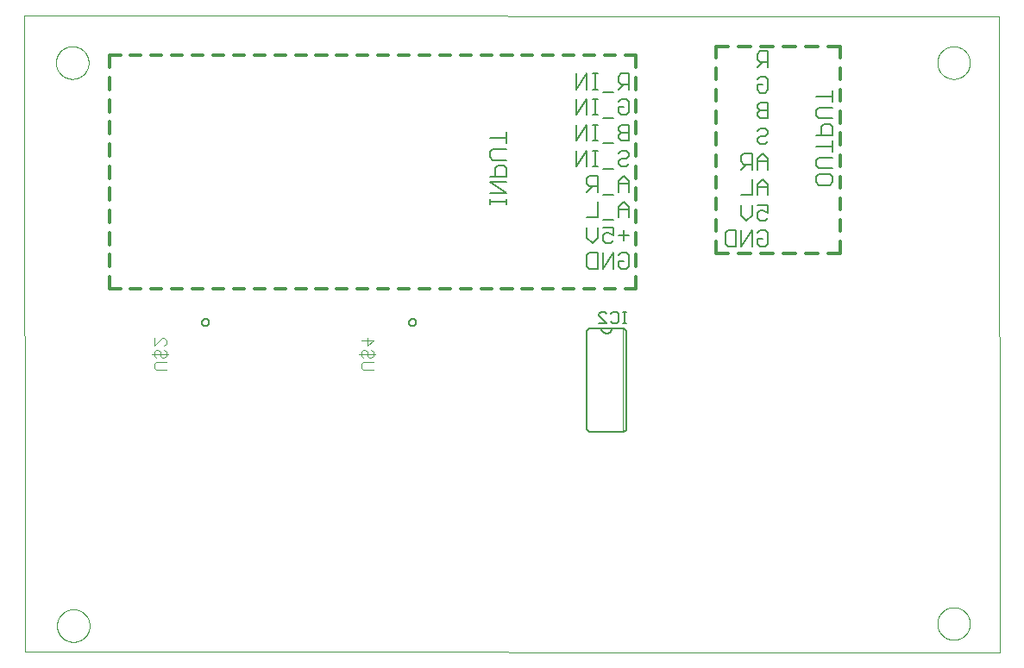
<source format=gbo>
G75*
%MOIN*%
%OFA0B0*%
%FSLAX25Y25*%
%IPPOS*%
%LPD*%
%AMOC8*
5,1,8,0,0,1.08239X$1,22.5*
%
%ADD10C,0.00000*%
%ADD11C,0.00500*%
%ADD12C,0.01200*%
%ADD13C,0.00600*%
%ADD14C,0.00400*%
%ADD15C,0.00200*%
D10*
X0002233Y0002391D02*
X0002076Y0248335D01*
X0378808Y0248257D01*
X0379083Y0002272D01*
X0002233Y0002391D01*
X0014674Y0012509D02*
X0014676Y0012667D01*
X0014682Y0012825D01*
X0014692Y0012983D01*
X0014706Y0013141D01*
X0014724Y0013298D01*
X0014745Y0013455D01*
X0014771Y0013611D01*
X0014801Y0013767D01*
X0014834Y0013922D01*
X0014872Y0014075D01*
X0014913Y0014228D01*
X0014958Y0014380D01*
X0015007Y0014531D01*
X0015060Y0014680D01*
X0015116Y0014828D01*
X0015176Y0014974D01*
X0015240Y0015119D01*
X0015308Y0015262D01*
X0015379Y0015404D01*
X0015453Y0015544D01*
X0015531Y0015681D01*
X0015613Y0015817D01*
X0015697Y0015951D01*
X0015786Y0016082D01*
X0015877Y0016211D01*
X0015972Y0016338D01*
X0016069Y0016463D01*
X0016170Y0016585D01*
X0016274Y0016704D01*
X0016381Y0016821D01*
X0016491Y0016935D01*
X0016604Y0017046D01*
X0016719Y0017155D01*
X0016837Y0017260D01*
X0016958Y0017362D01*
X0017081Y0017462D01*
X0017207Y0017558D01*
X0017335Y0017651D01*
X0017465Y0017741D01*
X0017598Y0017827D01*
X0017733Y0017911D01*
X0017869Y0017990D01*
X0018008Y0018067D01*
X0018149Y0018139D01*
X0018291Y0018209D01*
X0018435Y0018274D01*
X0018581Y0018336D01*
X0018728Y0018394D01*
X0018877Y0018449D01*
X0019027Y0018500D01*
X0019178Y0018547D01*
X0019330Y0018590D01*
X0019483Y0018629D01*
X0019638Y0018665D01*
X0019793Y0018696D01*
X0019949Y0018724D01*
X0020105Y0018748D01*
X0020262Y0018768D01*
X0020420Y0018784D01*
X0020577Y0018796D01*
X0020736Y0018804D01*
X0020894Y0018808D01*
X0021052Y0018808D01*
X0021210Y0018804D01*
X0021369Y0018796D01*
X0021526Y0018784D01*
X0021684Y0018768D01*
X0021841Y0018748D01*
X0021997Y0018724D01*
X0022153Y0018696D01*
X0022308Y0018665D01*
X0022463Y0018629D01*
X0022616Y0018590D01*
X0022768Y0018547D01*
X0022919Y0018500D01*
X0023069Y0018449D01*
X0023218Y0018394D01*
X0023365Y0018336D01*
X0023511Y0018274D01*
X0023655Y0018209D01*
X0023797Y0018139D01*
X0023938Y0018067D01*
X0024077Y0017990D01*
X0024213Y0017911D01*
X0024348Y0017827D01*
X0024481Y0017741D01*
X0024611Y0017651D01*
X0024739Y0017558D01*
X0024865Y0017462D01*
X0024988Y0017362D01*
X0025109Y0017260D01*
X0025227Y0017155D01*
X0025342Y0017046D01*
X0025455Y0016935D01*
X0025565Y0016821D01*
X0025672Y0016704D01*
X0025776Y0016585D01*
X0025877Y0016463D01*
X0025974Y0016338D01*
X0026069Y0016211D01*
X0026160Y0016082D01*
X0026249Y0015951D01*
X0026333Y0015817D01*
X0026415Y0015681D01*
X0026493Y0015544D01*
X0026567Y0015404D01*
X0026638Y0015262D01*
X0026706Y0015119D01*
X0026770Y0014974D01*
X0026830Y0014828D01*
X0026886Y0014680D01*
X0026939Y0014531D01*
X0026988Y0014380D01*
X0027033Y0014228D01*
X0027074Y0014075D01*
X0027112Y0013922D01*
X0027145Y0013767D01*
X0027175Y0013611D01*
X0027201Y0013455D01*
X0027222Y0013298D01*
X0027240Y0013141D01*
X0027254Y0012983D01*
X0027264Y0012825D01*
X0027270Y0012667D01*
X0027272Y0012509D01*
X0027270Y0012351D01*
X0027264Y0012193D01*
X0027254Y0012035D01*
X0027240Y0011877D01*
X0027222Y0011720D01*
X0027201Y0011563D01*
X0027175Y0011407D01*
X0027145Y0011251D01*
X0027112Y0011096D01*
X0027074Y0010943D01*
X0027033Y0010790D01*
X0026988Y0010638D01*
X0026939Y0010487D01*
X0026886Y0010338D01*
X0026830Y0010190D01*
X0026770Y0010044D01*
X0026706Y0009899D01*
X0026638Y0009756D01*
X0026567Y0009614D01*
X0026493Y0009474D01*
X0026415Y0009337D01*
X0026333Y0009201D01*
X0026249Y0009067D01*
X0026160Y0008936D01*
X0026069Y0008807D01*
X0025974Y0008680D01*
X0025877Y0008555D01*
X0025776Y0008433D01*
X0025672Y0008314D01*
X0025565Y0008197D01*
X0025455Y0008083D01*
X0025342Y0007972D01*
X0025227Y0007863D01*
X0025109Y0007758D01*
X0024988Y0007656D01*
X0024865Y0007556D01*
X0024739Y0007460D01*
X0024611Y0007367D01*
X0024481Y0007277D01*
X0024348Y0007191D01*
X0024213Y0007107D01*
X0024077Y0007028D01*
X0023938Y0006951D01*
X0023797Y0006879D01*
X0023655Y0006809D01*
X0023511Y0006744D01*
X0023365Y0006682D01*
X0023218Y0006624D01*
X0023069Y0006569D01*
X0022919Y0006518D01*
X0022768Y0006471D01*
X0022616Y0006428D01*
X0022463Y0006389D01*
X0022308Y0006353D01*
X0022153Y0006322D01*
X0021997Y0006294D01*
X0021841Y0006270D01*
X0021684Y0006250D01*
X0021526Y0006234D01*
X0021369Y0006222D01*
X0021210Y0006214D01*
X0021052Y0006210D01*
X0020894Y0006210D01*
X0020736Y0006214D01*
X0020577Y0006222D01*
X0020420Y0006234D01*
X0020262Y0006250D01*
X0020105Y0006270D01*
X0019949Y0006294D01*
X0019793Y0006322D01*
X0019638Y0006353D01*
X0019483Y0006389D01*
X0019330Y0006428D01*
X0019178Y0006471D01*
X0019027Y0006518D01*
X0018877Y0006569D01*
X0018728Y0006624D01*
X0018581Y0006682D01*
X0018435Y0006744D01*
X0018291Y0006809D01*
X0018149Y0006879D01*
X0018008Y0006951D01*
X0017869Y0007028D01*
X0017733Y0007107D01*
X0017598Y0007191D01*
X0017465Y0007277D01*
X0017335Y0007367D01*
X0017207Y0007460D01*
X0017081Y0007556D01*
X0016958Y0007656D01*
X0016837Y0007758D01*
X0016719Y0007863D01*
X0016604Y0007972D01*
X0016491Y0008083D01*
X0016381Y0008197D01*
X0016274Y0008314D01*
X0016170Y0008433D01*
X0016069Y0008555D01*
X0015972Y0008680D01*
X0015877Y0008807D01*
X0015786Y0008936D01*
X0015697Y0009067D01*
X0015613Y0009201D01*
X0015531Y0009337D01*
X0015453Y0009474D01*
X0015379Y0009614D01*
X0015308Y0009756D01*
X0015240Y0009899D01*
X0015176Y0010044D01*
X0015116Y0010190D01*
X0015060Y0010338D01*
X0015007Y0010487D01*
X0014958Y0010638D01*
X0014913Y0010790D01*
X0014872Y0010943D01*
X0014834Y0011096D01*
X0014801Y0011251D01*
X0014771Y0011407D01*
X0014745Y0011563D01*
X0014724Y0011720D01*
X0014706Y0011877D01*
X0014692Y0012035D01*
X0014682Y0012193D01*
X0014676Y0012351D01*
X0014674Y0012509D01*
X0014281Y0230225D02*
X0014283Y0230383D01*
X0014289Y0230541D01*
X0014299Y0230699D01*
X0014313Y0230857D01*
X0014331Y0231014D01*
X0014352Y0231171D01*
X0014378Y0231327D01*
X0014408Y0231483D01*
X0014441Y0231638D01*
X0014479Y0231791D01*
X0014520Y0231944D01*
X0014565Y0232096D01*
X0014614Y0232247D01*
X0014667Y0232396D01*
X0014723Y0232544D01*
X0014783Y0232690D01*
X0014847Y0232835D01*
X0014915Y0232978D01*
X0014986Y0233120D01*
X0015060Y0233260D01*
X0015138Y0233397D01*
X0015220Y0233533D01*
X0015304Y0233667D01*
X0015393Y0233798D01*
X0015484Y0233927D01*
X0015579Y0234054D01*
X0015676Y0234179D01*
X0015777Y0234301D01*
X0015881Y0234420D01*
X0015988Y0234537D01*
X0016098Y0234651D01*
X0016211Y0234762D01*
X0016326Y0234871D01*
X0016444Y0234976D01*
X0016565Y0235078D01*
X0016688Y0235178D01*
X0016814Y0235274D01*
X0016942Y0235367D01*
X0017072Y0235457D01*
X0017205Y0235543D01*
X0017340Y0235627D01*
X0017476Y0235706D01*
X0017615Y0235783D01*
X0017756Y0235855D01*
X0017898Y0235925D01*
X0018042Y0235990D01*
X0018188Y0236052D01*
X0018335Y0236110D01*
X0018484Y0236165D01*
X0018634Y0236216D01*
X0018785Y0236263D01*
X0018937Y0236306D01*
X0019090Y0236345D01*
X0019245Y0236381D01*
X0019400Y0236412D01*
X0019556Y0236440D01*
X0019712Y0236464D01*
X0019869Y0236484D01*
X0020027Y0236500D01*
X0020184Y0236512D01*
X0020343Y0236520D01*
X0020501Y0236524D01*
X0020659Y0236524D01*
X0020817Y0236520D01*
X0020976Y0236512D01*
X0021133Y0236500D01*
X0021291Y0236484D01*
X0021448Y0236464D01*
X0021604Y0236440D01*
X0021760Y0236412D01*
X0021915Y0236381D01*
X0022070Y0236345D01*
X0022223Y0236306D01*
X0022375Y0236263D01*
X0022526Y0236216D01*
X0022676Y0236165D01*
X0022825Y0236110D01*
X0022972Y0236052D01*
X0023118Y0235990D01*
X0023262Y0235925D01*
X0023404Y0235855D01*
X0023545Y0235783D01*
X0023684Y0235706D01*
X0023820Y0235627D01*
X0023955Y0235543D01*
X0024088Y0235457D01*
X0024218Y0235367D01*
X0024346Y0235274D01*
X0024472Y0235178D01*
X0024595Y0235078D01*
X0024716Y0234976D01*
X0024834Y0234871D01*
X0024949Y0234762D01*
X0025062Y0234651D01*
X0025172Y0234537D01*
X0025279Y0234420D01*
X0025383Y0234301D01*
X0025484Y0234179D01*
X0025581Y0234054D01*
X0025676Y0233927D01*
X0025767Y0233798D01*
X0025856Y0233667D01*
X0025940Y0233533D01*
X0026022Y0233397D01*
X0026100Y0233260D01*
X0026174Y0233120D01*
X0026245Y0232978D01*
X0026313Y0232835D01*
X0026377Y0232690D01*
X0026437Y0232544D01*
X0026493Y0232396D01*
X0026546Y0232247D01*
X0026595Y0232096D01*
X0026640Y0231944D01*
X0026681Y0231791D01*
X0026719Y0231638D01*
X0026752Y0231483D01*
X0026782Y0231327D01*
X0026808Y0231171D01*
X0026829Y0231014D01*
X0026847Y0230857D01*
X0026861Y0230699D01*
X0026871Y0230541D01*
X0026877Y0230383D01*
X0026879Y0230225D01*
X0026877Y0230067D01*
X0026871Y0229909D01*
X0026861Y0229751D01*
X0026847Y0229593D01*
X0026829Y0229436D01*
X0026808Y0229279D01*
X0026782Y0229123D01*
X0026752Y0228967D01*
X0026719Y0228812D01*
X0026681Y0228659D01*
X0026640Y0228506D01*
X0026595Y0228354D01*
X0026546Y0228203D01*
X0026493Y0228054D01*
X0026437Y0227906D01*
X0026377Y0227760D01*
X0026313Y0227615D01*
X0026245Y0227472D01*
X0026174Y0227330D01*
X0026100Y0227190D01*
X0026022Y0227053D01*
X0025940Y0226917D01*
X0025856Y0226783D01*
X0025767Y0226652D01*
X0025676Y0226523D01*
X0025581Y0226396D01*
X0025484Y0226271D01*
X0025383Y0226149D01*
X0025279Y0226030D01*
X0025172Y0225913D01*
X0025062Y0225799D01*
X0024949Y0225688D01*
X0024834Y0225579D01*
X0024716Y0225474D01*
X0024595Y0225372D01*
X0024472Y0225272D01*
X0024346Y0225176D01*
X0024218Y0225083D01*
X0024088Y0224993D01*
X0023955Y0224907D01*
X0023820Y0224823D01*
X0023684Y0224744D01*
X0023545Y0224667D01*
X0023404Y0224595D01*
X0023262Y0224525D01*
X0023118Y0224460D01*
X0022972Y0224398D01*
X0022825Y0224340D01*
X0022676Y0224285D01*
X0022526Y0224234D01*
X0022375Y0224187D01*
X0022223Y0224144D01*
X0022070Y0224105D01*
X0021915Y0224069D01*
X0021760Y0224038D01*
X0021604Y0224010D01*
X0021448Y0223986D01*
X0021291Y0223966D01*
X0021133Y0223950D01*
X0020976Y0223938D01*
X0020817Y0223930D01*
X0020659Y0223926D01*
X0020501Y0223926D01*
X0020343Y0223930D01*
X0020184Y0223938D01*
X0020027Y0223950D01*
X0019869Y0223966D01*
X0019712Y0223986D01*
X0019556Y0224010D01*
X0019400Y0224038D01*
X0019245Y0224069D01*
X0019090Y0224105D01*
X0018937Y0224144D01*
X0018785Y0224187D01*
X0018634Y0224234D01*
X0018484Y0224285D01*
X0018335Y0224340D01*
X0018188Y0224398D01*
X0018042Y0224460D01*
X0017898Y0224525D01*
X0017756Y0224595D01*
X0017615Y0224667D01*
X0017476Y0224744D01*
X0017340Y0224823D01*
X0017205Y0224907D01*
X0017072Y0224993D01*
X0016942Y0225083D01*
X0016814Y0225176D01*
X0016688Y0225272D01*
X0016565Y0225372D01*
X0016444Y0225474D01*
X0016326Y0225579D01*
X0016211Y0225688D01*
X0016098Y0225799D01*
X0015988Y0225913D01*
X0015881Y0226030D01*
X0015777Y0226149D01*
X0015676Y0226271D01*
X0015579Y0226396D01*
X0015484Y0226523D01*
X0015393Y0226652D01*
X0015304Y0226783D01*
X0015220Y0226917D01*
X0015138Y0227053D01*
X0015060Y0227190D01*
X0014986Y0227330D01*
X0014915Y0227472D01*
X0014847Y0227615D01*
X0014783Y0227760D01*
X0014723Y0227906D01*
X0014667Y0228054D01*
X0014614Y0228203D01*
X0014565Y0228354D01*
X0014520Y0228506D01*
X0014479Y0228659D01*
X0014441Y0228812D01*
X0014408Y0228967D01*
X0014378Y0229123D01*
X0014352Y0229279D01*
X0014331Y0229436D01*
X0014313Y0229593D01*
X0014299Y0229751D01*
X0014289Y0229909D01*
X0014283Y0230067D01*
X0014281Y0230225D01*
X0354832Y0230225D02*
X0354834Y0230383D01*
X0354840Y0230541D01*
X0354850Y0230699D01*
X0354864Y0230857D01*
X0354882Y0231014D01*
X0354903Y0231171D01*
X0354929Y0231327D01*
X0354959Y0231483D01*
X0354992Y0231638D01*
X0355030Y0231791D01*
X0355071Y0231944D01*
X0355116Y0232096D01*
X0355165Y0232247D01*
X0355218Y0232396D01*
X0355274Y0232544D01*
X0355334Y0232690D01*
X0355398Y0232835D01*
X0355466Y0232978D01*
X0355537Y0233120D01*
X0355611Y0233260D01*
X0355689Y0233397D01*
X0355771Y0233533D01*
X0355855Y0233667D01*
X0355944Y0233798D01*
X0356035Y0233927D01*
X0356130Y0234054D01*
X0356227Y0234179D01*
X0356328Y0234301D01*
X0356432Y0234420D01*
X0356539Y0234537D01*
X0356649Y0234651D01*
X0356762Y0234762D01*
X0356877Y0234871D01*
X0356995Y0234976D01*
X0357116Y0235078D01*
X0357239Y0235178D01*
X0357365Y0235274D01*
X0357493Y0235367D01*
X0357623Y0235457D01*
X0357756Y0235543D01*
X0357891Y0235627D01*
X0358027Y0235706D01*
X0358166Y0235783D01*
X0358307Y0235855D01*
X0358449Y0235925D01*
X0358593Y0235990D01*
X0358739Y0236052D01*
X0358886Y0236110D01*
X0359035Y0236165D01*
X0359185Y0236216D01*
X0359336Y0236263D01*
X0359488Y0236306D01*
X0359641Y0236345D01*
X0359796Y0236381D01*
X0359951Y0236412D01*
X0360107Y0236440D01*
X0360263Y0236464D01*
X0360420Y0236484D01*
X0360578Y0236500D01*
X0360735Y0236512D01*
X0360894Y0236520D01*
X0361052Y0236524D01*
X0361210Y0236524D01*
X0361368Y0236520D01*
X0361527Y0236512D01*
X0361684Y0236500D01*
X0361842Y0236484D01*
X0361999Y0236464D01*
X0362155Y0236440D01*
X0362311Y0236412D01*
X0362466Y0236381D01*
X0362621Y0236345D01*
X0362774Y0236306D01*
X0362926Y0236263D01*
X0363077Y0236216D01*
X0363227Y0236165D01*
X0363376Y0236110D01*
X0363523Y0236052D01*
X0363669Y0235990D01*
X0363813Y0235925D01*
X0363955Y0235855D01*
X0364096Y0235783D01*
X0364235Y0235706D01*
X0364371Y0235627D01*
X0364506Y0235543D01*
X0364639Y0235457D01*
X0364769Y0235367D01*
X0364897Y0235274D01*
X0365023Y0235178D01*
X0365146Y0235078D01*
X0365267Y0234976D01*
X0365385Y0234871D01*
X0365500Y0234762D01*
X0365613Y0234651D01*
X0365723Y0234537D01*
X0365830Y0234420D01*
X0365934Y0234301D01*
X0366035Y0234179D01*
X0366132Y0234054D01*
X0366227Y0233927D01*
X0366318Y0233798D01*
X0366407Y0233667D01*
X0366491Y0233533D01*
X0366573Y0233397D01*
X0366651Y0233260D01*
X0366725Y0233120D01*
X0366796Y0232978D01*
X0366864Y0232835D01*
X0366928Y0232690D01*
X0366988Y0232544D01*
X0367044Y0232396D01*
X0367097Y0232247D01*
X0367146Y0232096D01*
X0367191Y0231944D01*
X0367232Y0231791D01*
X0367270Y0231638D01*
X0367303Y0231483D01*
X0367333Y0231327D01*
X0367359Y0231171D01*
X0367380Y0231014D01*
X0367398Y0230857D01*
X0367412Y0230699D01*
X0367422Y0230541D01*
X0367428Y0230383D01*
X0367430Y0230225D01*
X0367428Y0230067D01*
X0367422Y0229909D01*
X0367412Y0229751D01*
X0367398Y0229593D01*
X0367380Y0229436D01*
X0367359Y0229279D01*
X0367333Y0229123D01*
X0367303Y0228967D01*
X0367270Y0228812D01*
X0367232Y0228659D01*
X0367191Y0228506D01*
X0367146Y0228354D01*
X0367097Y0228203D01*
X0367044Y0228054D01*
X0366988Y0227906D01*
X0366928Y0227760D01*
X0366864Y0227615D01*
X0366796Y0227472D01*
X0366725Y0227330D01*
X0366651Y0227190D01*
X0366573Y0227053D01*
X0366491Y0226917D01*
X0366407Y0226783D01*
X0366318Y0226652D01*
X0366227Y0226523D01*
X0366132Y0226396D01*
X0366035Y0226271D01*
X0365934Y0226149D01*
X0365830Y0226030D01*
X0365723Y0225913D01*
X0365613Y0225799D01*
X0365500Y0225688D01*
X0365385Y0225579D01*
X0365267Y0225474D01*
X0365146Y0225372D01*
X0365023Y0225272D01*
X0364897Y0225176D01*
X0364769Y0225083D01*
X0364639Y0224993D01*
X0364506Y0224907D01*
X0364371Y0224823D01*
X0364235Y0224744D01*
X0364096Y0224667D01*
X0363955Y0224595D01*
X0363813Y0224525D01*
X0363669Y0224460D01*
X0363523Y0224398D01*
X0363376Y0224340D01*
X0363227Y0224285D01*
X0363077Y0224234D01*
X0362926Y0224187D01*
X0362774Y0224144D01*
X0362621Y0224105D01*
X0362466Y0224069D01*
X0362311Y0224038D01*
X0362155Y0224010D01*
X0361999Y0223986D01*
X0361842Y0223966D01*
X0361684Y0223950D01*
X0361527Y0223938D01*
X0361368Y0223930D01*
X0361210Y0223926D01*
X0361052Y0223926D01*
X0360894Y0223930D01*
X0360735Y0223938D01*
X0360578Y0223950D01*
X0360420Y0223966D01*
X0360263Y0223986D01*
X0360107Y0224010D01*
X0359951Y0224038D01*
X0359796Y0224069D01*
X0359641Y0224105D01*
X0359488Y0224144D01*
X0359336Y0224187D01*
X0359185Y0224234D01*
X0359035Y0224285D01*
X0358886Y0224340D01*
X0358739Y0224398D01*
X0358593Y0224460D01*
X0358449Y0224525D01*
X0358307Y0224595D01*
X0358166Y0224667D01*
X0358027Y0224744D01*
X0357891Y0224823D01*
X0357756Y0224907D01*
X0357623Y0224993D01*
X0357493Y0225083D01*
X0357365Y0225176D01*
X0357239Y0225272D01*
X0357116Y0225372D01*
X0356995Y0225474D01*
X0356877Y0225579D01*
X0356762Y0225688D01*
X0356649Y0225799D01*
X0356539Y0225913D01*
X0356432Y0226030D01*
X0356328Y0226149D01*
X0356227Y0226271D01*
X0356130Y0226396D01*
X0356035Y0226523D01*
X0355944Y0226652D01*
X0355855Y0226783D01*
X0355771Y0226917D01*
X0355689Y0227053D01*
X0355611Y0227190D01*
X0355537Y0227330D01*
X0355466Y0227472D01*
X0355398Y0227615D01*
X0355334Y0227760D01*
X0355274Y0227906D01*
X0355218Y0228054D01*
X0355165Y0228203D01*
X0355116Y0228354D01*
X0355071Y0228506D01*
X0355030Y0228659D01*
X0354992Y0228812D01*
X0354959Y0228967D01*
X0354929Y0229123D01*
X0354903Y0229279D01*
X0354882Y0229436D01*
X0354864Y0229593D01*
X0354850Y0229751D01*
X0354840Y0229909D01*
X0354834Y0230067D01*
X0354832Y0230225D01*
X0354832Y0013296D02*
X0354834Y0013454D01*
X0354840Y0013612D01*
X0354850Y0013770D01*
X0354864Y0013928D01*
X0354882Y0014085D01*
X0354903Y0014242D01*
X0354929Y0014398D01*
X0354959Y0014554D01*
X0354992Y0014709D01*
X0355030Y0014862D01*
X0355071Y0015015D01*
X0355116Y0015167D01*
X0355165Y0015318D01*
X0355218Y0015467D01*
X0355274Y0015615D01*
X0355334Y0015761D01*
X0355398Y0015906D01*
X0355466Y0016049D01*
X0355537Y0016191D01*
X0355611Y0016331D01*
X0355689Y0016468D01*
X0355771Y0016604D01*
X0355855Y0016738D01*
X0355944Y0016869D01*
X0356035Y0016998D01*
X0356130Y0017125D01*
X0356227Y0017250D01*
X0356328Y0017372D01*
X0356432Y0017491D01*
X0356539Y0017608D01*
X0356649Y0017722D01*
X0356762Y0017833D01*
X0356877Y0017942D01*
X0356995Y0018047D01*
X0357116Y0018149D01*
X0357239Y0018249D01*
X0357365Y0018345D01*
X0357493Y0018438D01*
X0357623Y0018528D01*
X0357756Y0018614D01*
X0357891Y0018698D01*
X0358027Y0018777D01*
X0358166Y0018854D01*
X0358307Y0018926D01*
X0358449Y0018996D01*
X0358593Y0019061D01*
X0358739Y0019123D01*
X0358886Y0019181D01*
X0359035Y0019236D01*
X0359185Y0019287D01*
X0359336Y0019334D01*
X0359488Y0019377D01*
X0359641Y0019416D01*
X0359796Y0019452D01*
X0359951Y0019483D01*
X0360107Y0019511D01*
X0360263Y0019535D01*
X0360420Y0019555D01*
X0360578Y0019571D01*
X0360735Y0019583D01*
X0360894Y0019591D01*
X0361052Y0019595D01*
X0361210Y0019595D01*
X0361368Y0019591D01*
X0361527Y0019583D01*
X0361684Y0019571D01*
X0361842Y0019555D01*
X0361999Y0019535D01*
X0362155Y0019511D01*
X0362311Y0019483D01*
X0362466Y0019452D01*
X0362621Y0019416D01*
X0362774Y0019377D01*
X0362926Y0019334D01*
X0363077Y0019287D01*
X0363227Y0019236D01*
X0363376Y0019181D01*
X0363523Y0019123D01*
X0363669Y0019061D01*
X0363813Y0018996D01*
X0363955Y0018926D01*
X0364096Y0018854D01*
X0364235Y0018777D01*
X0364371Y0018698D01*
X0364506Y0018614D01*
X0364639Y0018528D01*
X0364769Y0018438D01*
X0364897Y0018345D01*
X0365023Y0018249D01*
X0365146Y0018149D01*
X0365267Y0018047D01*
X0365385Y0017942D01*
X0365500Y0017833D01*
X0365613Y0017722D01*
X0365723Y0017608D01*
X0365830Y0017491D01*
X0365934Y0017372D01*
X0366035Y0017250D01*
X0366132Y0017125D01*
X0366227Y0016998D01*
X0366318Y0016869D01*
X0366407Y0016738D01*
X0366491Y0016604D01*
X0366573Y0016468D01*
X0366651Y0016331D01*
X0366725Y0016191D01*
X0366796Y0016049D01*
X0366864Y0015906D01*
X0366928Y0015761D01*
X0366988Y0015615D01*
X0367044Y0015467D01*
X0367097Y0015318D01*
X0367146Y0015167D01*
X0367191Y0015015D01*
X0367232Y0014862D01*
X0367270Y0014709D01*
X0367303Y0014554D01*
X0367333Y0014398D01*
X0367359Y0014242D01*
X0367380Y0014085D01*
X0367398Y0013928D01*
X0367412Y0013770D01*
X0367422Y0013612D01*
X0367428Y0013454D01*
X0367430Y0013296D01*
X0367428Y0013138D01*
X0367422Y0012980D01*
X0367412Y0012822D01*
X0367398Y0012664D01*
X0367380Y0012507D01*
X0367359Y0012350D01*
X0367333Y0012194D01*
X0367303Y0012038D01*
X0367270Y0011883D01*
X0367232Y0011730D01*
X0367191Y0011577D01*
X0367146Y0011425D01*
X0367097Y0011274D01*
X0367044Y0011125D01*
X0366988Y0010977D01*
X0366928Y0010831D01*
X0366864Y0010686D01*
X0366796Y0010543D01*
X0366725Y0010401D01*
X0366651Y0010261D01*
X0366573Y0010124D01*
X0366491Y0009988D01*
X0366407Y0009854D01*
X0366318Y0009723D01*
X0366227Y0009594D01*
X0366132Y0009467D01*
X0366035Y0009342D01*
X0365934Y0009220D01*
X0365830Y0009101D01*
X0365723Y0008984D01*
X0365613Y0008870D01*
X0365500Y0008759D01*
X0365385Y0008650D01*
X0365267Y0008545D01*
X0365146Y0008443D01*
X0365023Y0008343D01*
X0364897Y0008247D01*
X0364769Y0008154D01*
X0364639Y0008064D01*
X0364506Y0007978D01*
X0364371Y0007894D01*
X0364235Y0007815D01*
X0364096Y0007738D01*
X0363955Y0007666D01*
X0363813Y0007596D01*
X0363669Y0007531D01*
X0363523Y0007469D01*
X0363376Y0007411D01*
X0363227Y0007356D01*
X0363077Y0007305D01*
X0362926Y0007258D01*
X0362774Y0007215D01*
X0362621Y0007176D01*
X0362466Y0007140D01*
X0362311Y0007109D01*
X0362155Y0007081D01*
X0361999Y0007057D01*
X0361842Y0007037D01*
X0361684Y0007021D01*
X0361527Y0007009D01*
X0361368Y0007001D01*
X0361210Y0006997D01*
X0361052Y0006997D01*
X0360894Y0007001D01*
X0360735Y0007009D01*
X0360578Y0007021D01*
X0360420Y0007037D01*
X0360263Y0007057D01*
X0360107Y0007081D01*
X0359951Y0007109D01*
X0359796Y0007140D01*
X0359641Y0007176D01*
X0359488Y0007215D01*
X0359336Y0007258D01*
X0359185Y0007305D01*
X0359035Y0007356D01*
X0358886Y0007411D01*
X0358739Y0007469D01*
X0358593Y0007531D01*
X0358449Y0007596D01*
X0358307Y0007666D01*
X0358166Y0007738D01*
X0358027Y0007815D01*
X0357891Y0007894D01*
X0357756Y0007978D01*
X0357623Y0008064D01*
X0357493Y0008154D01*
X0357365Y0008247D01*
X0357239Y0008343D01*
X0357116Y0008443D01*
X0356995Y0008545D01*
X0356877Y0008650D01*
X0356762Y0008759D01*
X0356649Y0008870D01*
X0356539Y0008984D01*
X0356432Y0009101D01*
X0356328Y0009220D01*
X0356227Y0009342D01*
X0356130Y0009467D01*
X0356035Y0009594D01*
X0355944Y0009723D01*
X0355855Y0009854D01*
X0355771Y0009988D01*
X0355689Y0010124D01*
X0355611Y0010261D01*
X0355537Y0010401D01*
X0355466Y0010543D01*
X0355398Y0010686D01*
X0355334Y0010831D01*
X0355274Y0010977D01*
X0355218Y0011125D01*
X0355165Y0011274D01*
X0355116Y0011425D01*
X0355071Y0011577D01*
X0355030Y0011730D01*
X0354992Y0011883D01*
X0354959Y0012038D01*
X0354929Y0012194D01*
X0354903Y0012350D01*
X0354882Y0012507D01*
X0354864Y0012664D01*
X0354850Y0012822D01*
X0354840Y0012980D01*
X0354834Y0013138D01*
X0354832Y0013296D01*
D11*
X0234786Y0129298D02*
X0233285Y0129298D01*
X0234036Y0129298D02*
X0234036Y0133802D01*
X0234786Y0133802D02*
X0233285Y0133802D01*
X0231717Y0133051D02*
X0231717Y0130049D01*
X0230966Y0129298D01*
X0229465Y0129298D01*
X0228714Y0130049D01*
X0227113Y0129298D02*
X0224110Y0132301D01*
X0224110Y0133051D01*
X0224861Y0133802D01*
X0226362Y0133802D01*
X0227113Y0133051D01*
X0228714Y0133051D02*
X0229465Y0133802D01*
X0230966Y0133802D01*
X0231717Y0133051D01*
X0227113Y0129298D02*
X0224110Y0129298D01*
X0223529Y0150554D02*
X0220477Y0150554D01*
X0219459Y0151571D01*
X0219459Y0155642D01*
X0220477Y0156659D01*
X0223529Y0156659D01*
X0223529Y0150554D01*
X0225537Y0150554D02*
X0225537Y0156659D01*
X0229607Y0156659D02*
X0225537Y0150554D01*
X0229607Y0150554D02*
X0229607Y0156659D01*
X0231614Y0155642D02*
X0232631Y0156659D01*
X0234666Y0156659D01*
X0235684Y0155642D01*
X0235684Y0151571D01*
X0234666Y0150554D01*
X0232631Y0150554D01*
X0231614Y0151571D01*
X0231614Y0153607D01*
X0233649Y0153607D01*
X0233649Y0161471D02*
X0233649Y0165542D01*
X0235684Y0163507D02*
X0231614Y0163507D01*
X0229607Y0163507D02*
X0227572Y0164524D01*
X0226554Y0164524D01*
X0225537Y0163507D01*
X0225537Y0161471D01*
X0226554Y0160454D01*
X0228589Y0160454D01*
X0229607Y0161471D01*
X0229607Y0163507D02*
X0229607Y0166559D01*
X0225537Y0166559D01*
X0223529Y0166559D02*
X0223529Y0162489D01*
X0221494Y0160454D01*
X0219459Y0162489D01*
X0219459Y0166559D01*
X0219459Y0170354D02*
X0223529Y0170354D01*
X0223529Y0176459D01*
X0225537Y0179236D02*
X0229607Y0179236D01*
X0231614Y0180254D02*
X0231614Y0184324D01*
X0233649Y0186359D01*
X0235684Y0184324D01*
X0235684Y0180254D01*
X0233649Y0176459D02*
X0231614Y0174424D01*
X0231614Y0170354D01*
X0229607Y0169336D02*
X0225537Y0169336D01*
X0231614Y0173407D02*
X0235684Y0173407D01*
X0235684Y0174424D02*
X0233649Y0176459D01*
X0235684Y0174424D02*
X0235684Y0170354D01*
X0223529Y0180254D02*
X0223529Y0186359D01*
X0220477Y0186359D01*
X0219459Y0185342D01*
X0219459Y0183307D01*
X0220477Y0182289D01*
X0223529Y0182289D01*
X0221494Y0182289D02*
X0219459Y0180254D01*
X0231614Y0183307D02*
X0235684Y0183307D01*
X0234666Y0190154D02*
X0235684Y0191171D01*
X0234666Y0190154D02*
X0232631Y0190154D01*
X0231614Y0191171D01*
X0231614Y0192189D01*
X0232631Y0193207D01*
X0234666Y0193207D01*
X0235684Y0194224D01*
X0235684Y0195242D01*
X0234666Y0196259D01*
X0232631Y0196259D01*
X0231614Y0195242D01*
X0229607Y0199036D02*
X0225537Y0199036D01*
X0223529Y0200054D02*
X0221494Y0200054D01*
X0222512Y0200054D02*
X0222512Y0206159D01*
X0223529Y0206159D02*
X0221494Y0206159D01*
X0219478Y0206159D02*
X0215408Y0200054D01*
X0215408Y0206159D01*
X0215408Y0209954D02*
X0215408Y0216059D01*
X0215408Y0219854D02*
X0215408Y0225959D01*
X0219478Y0225959D02*
X0215408Y0219854D01*
X0219478Y0219854D02*
X0219478Y0225959D01*
X0221494Y0225959D02*
X0223529Y0225959D01*
X0222512Y0225959D02*
X0222512Y0219854D01*
X0223529Y0219854D02*
X0221494Y0219854D01*
X0221494Y0216059D02*
X0223529Y0216059D01*
X0222512Y0216059D02*
X0222512Y0209954D01*
X0223529Y0209954D02*
X0221494Y0209954D01*
X0219478Y0209954D02*
X0219478Y0216059D01*
X0215408Y0209954D01*
X0219478Y0206159D02*
X0219478Y0200054D01*
X0219478Y0196259D02*
X0215408Y0190154D01*
X0215408Y0196259D01*
X0219478Y0196259D02*
X0219478Y0190154D01*
X0221494Y0190154D02*
X0223529Y0190154D01*
X0222512Y0190154D02*
X0222512Y0196259D01*
X0223529Y0196259D02*
X0221494Y0196259D01*
X0231614Y0201071D02*
X0232631Y0200054D01*
X0235684Y0200054D01*
X0235684Y0206159D01*
X0232631Y0206159D01*
X0231614Y0205142D01*
X0231614Y0204124D01*
X0232631Y0203107D01*
X0235684Y0203107D01*
X0232631Y0203107D02*
X0231614Y0202089D01*
X0231614Y0201071D01*
X0229607Y0208936D02*
X0225537Y0208936D01*
X0231614Y0210971D02*
X0231614Y0213007D01*
X0233649Y0213007D01*
X0235684Y0215042D02*
X0235684Y0210971D01*
X0234666Y0209954D01*
X0232631Y0209954D01*
X0231614Y0210971D01*
X0231614Y0215042D02*
X0232631Y0216059D01*
X0234666Y0216059D01*
X0235684Y0215042D01*
X0235684Y0219854D02*
X0235684Y0225959D01*
X0232631Y0225959D01*
X0231614Y0224942D01*
X0231614Y0222907D01*
X0232631Y0221889D01*
X0235684Y0221889D01*
X0233649Y0221889D02*
X0231614Y0219854D01*
X0229607Y0218836D02*
X0225537Y0218836D01*
X0225537Y0189136D02*
X0229607Y0189136D01*
X0273003Y0164303D02*
X0274020Y0165321D01*
X0277073Y0165321D01*
X0277073Y0159215D01*
X0274020Y0159215D01*
X0273003Y0160233D01*
X0273003Y0164303D01*
X0279080Y0165321D02*
X0279080Y0159215D01*
X0283150Y0165321D01*
X0283150Y0159215D01*
X0285157Y0160233D02*
X0285157Y0162268D01*
X0287192Y0162268D01*
X0285157Y0164303D02*
X0286175Y0165321D01*
X0288210Y0165321D01*
X0289227Y0164303D01*
X0289227Y0160233D01*
X0288210Y0159215D01*
X0286175Y0159215D01*
X0285157Y0160233D01*
X0286175Y0169115D02*
X0285157Y0170133D01*
X0285157Y0172168D01*
X0286175Y0173185D01*
X0287192Y0173185D01*
X0289227Y0172168D01*
X0289227Y0175221D01*
X0285157Y0175221D01*
X0283150Y0175221D02*
X0283150Y0171150D01*
X0281115Y0169115D01*
X0279080Y0171150D01*
X0279080Y0175221D01*
X0279080Y0179015D02*
X0283150Y0179015D01*
X0283150Y0185121D01*
X0285157Y0183085D02*
X0285157Y0179015D01*
X0285157Y0182068D02*
X0289227Y0182068D01*
X0289227Y0183085D02*
X0289227Y0179015D01*
X0289227Y0183085D02*
X0287192Y0185121D01*
X0285157Y0183085D01*
X0285157Y0188915D02*
X0285157Y0192985D01*
X0287192Y0195021D01*
X0289227Y0192985D01*
X0289227Y0188915D01*
X0289227Y0191968D02*
X0285157Y0191968D01*
X0283150Y0190950D02*
X0280097Y0190950D01*
X0279080Y0191968D01*
X0279080Y0194003D01*
X0280097Y0195021D01*
X0283150Y0195021D01*
X0283150Y0188915D01*
X0281115Y0190950D02*
X0279080Y0188915D01*
X0286175Y0198815D02*
X0285157Y0199833D01*
X0285157Y0200850D01*
X0286175Y0201868D01*
X0288210Y0201868D01*
X0289227Y0202885D01*
X0289227Y0203903D01*
X0288210Y0204921D01*
X0286175Y0204921D01*
X0285157Y0203903D01*
X0286175Y0208715D02*
X0285157Y0209733D01*
X0285157Y0210750D01*
X0286175Y0211768D01*
X0289227Y0211768D01*
X0286175Y0211768D02*
X0285157Y0212785D01*
X0285157Y0213803D01*
X0286175Y0214821D01*
X0289227Y0214821D01*
X0289227Y0208715D01*
X0286175Y0208715D01*
X0289227Y0199833D02*
X0288210Y0198815D01*
X0286175Y0198815D01*
X0286175Y0218615D02*
X0285157Y0219633D01*
X0285157Y0221668D01*
X0287192Y0221668D01*
X0285157Y0223703D02*
X0286175Y0224721D01*
X0288210Y0224721D01*
X0289227Y0223703D01*
X0289227Y0219633D01*
X0288210Y0218615D01*
X0286175Y0218615D01*
X0285157Y0228515D02*
X0287192Y0230550D01*
X0286175Y0230550D02*
X0289227Y0230550D01*
X0289227Y0228515D02*
X0289227Y0234621D01*
X0286175Y0234621D01*
X0285157Y0233603D01*
X0285157Y0231568D01*
X0286175Y0230550D01*
X0289227Y0170133D02*
X0288210Y0169115D01*
X0286175Y0169115D01*
X0150638Y0129792D02*
X0150640Y0129866D01*
X0150646Y0129941D01*
X0150656Y0130014D01*
X0150670Y0130088D01*
X0150687Y0130160D01*
X0150709Y0130231D01*
X0150734Y0130301D01*
X0150763Y0130370D01*
X0150795Y0130437D01*
X0150832Y0130502D01*
X0150871Y0130565D01*
X0150914Y0130626D01*
X0150960Y0130684D01*
X0151009Y0130740D01*
X0151061Y0130794D01*
X0151115Y0130844D01*
X0151173Y0130892D01*
X0151232Y0130936D01*
X0151294Y0130977D01*
X0151359Y0131015D01*
X0151425Y0131049D01*
X0151492Y0131080D01*
X0151562Y0131107D01*
X0151632Y0131130D01*
X0151704Y0131150D01*
X0151777Y0131166D01*
X0151850Y0131178D01*
X0151924Y0131186D01*
X0151999Y0131190D01*
X0152073Y0131190D01*
X0152148Y0131186D01*
X0152222Y0131178D01*
X0152295Y0131166D01*
X0152368Y0131150D01*
X0152440Y0131130D01*
X0152510Y0131107D01*
X0152580Y0131080D01*
X0152647Y0131049D01*
X0152713Y0131015D01*
X0152778Y0130977D01*
X0152840Y0130936D01*
X0152899Y0130892D01*
X0152957Y0130844D01*
X0153011Y0130794D01*
X0153063Y0130740D01*
X0153112Y0130684D01*
X0153158Y0130626D01*
X0153201Y0130565D01*
X0153240Y0130502D01*
X0153277Y0130437D01*
X0153309Y0130370D01*
X0153338Y0130301D01*
X0153363Y0130231D01*
X0153385Y0130160D01*
X0153402Y0130088D01*
X0153416Y0130014D01*
X0153426Y0129941D01*
X0153432Y0129866D01*
X0153434Y0129792D01*
X0153432Y0129718D01*
X0153426Y0129643D01*
X0153416Y0129570D01*
X0153402Y0129496D01*
X0153385Y0129424D01*
X0153363Y0129353D01*
X0153338Y0129283D01*
X0153309Y0129214D01*
X0153277Y0129147D01*
X0153240Y0129082D01*
X0153201Y0129019D01*
X0153158Y0128958D01*
X0153112Y0128900D01*
X0153063Y0128844D01*
X0153011Y0128790D01*
X0152957Y0128740D01*
X0152899Y0128692D01*
X0152840Y0128648D01*
X0152778Y0128607D01*
X0152713Y0128569D01*
X0152647Y0128535D01*
X0152580Y0128504D01*
X0152510Y0128477D01*
X0152440Y0128454D01*
X0152368Y0128434D01*
X0152295Y0128418D01*
X0152222Y0128406D01*
X0152148Y0128398D01*
X0152073Y0128394D01*
X0151999Y0128394D01*
X0151924Y0128398D01*
X0151850Y0128406D01*
X0151777Y0128418D01*
X0151704Y0128434D01*
X0151632Y0128454D01*
X0151562Y0128477D01*
X0151492Y0128504D01*
X0151425Y0128535D01*
X0151359Y0128569D01*
X0151294Y0128607D01*
X0151232Y0128648D01*
X0151173Y0128692D01*
X0151115Y0128740D01*
X0151061Y0128790D01*
X0151009Y0128844D01*
X0150960Y0128900D01*
X0150914Y0128958D01*
X0150871Y0129019D01*
X0150832Y0129082D01*
X0150795Y0129147D01*
X0150763Y0129214D01*
X0150734Y0129283D01*
X0150709Y0129353D01*
X0150687Y0129424D01*
X0150670Y0129496D01*
X0150656Y0129570D01*
X0150646Y0129643D01*
X0150640Y0129718D01*
X0150638Y0129792D01*
X0070638Y0129792D02*
X0070640Y0129866D01*
X0070646Y0129941D01*
X0070656Y0130014D01*
X0070670Y0130088D01*
X0070687Y0130160D01*
X0070709Y0130231D01*
X0070734Y0130301D01*
X0070763Y0130370D01*
X0070795Y0130437D01*
X0070832Y0130502D01*
X0070871Y0130565D01*
X0070914Y0130626D01*
X0070960Y0130684D01*
X0071009Y0130740D01*
X0071061Y0130794D01*
X0071115Y0130844D01*
X0071173Y0130892D01*
X0071232Y0130936D01*
X0071294Y0130977D01*
X0071359Y0131015D01*
X0071425Y0131049D01*
X0071492Y0131080D01*
X0071562Y0131107D01*
X0071632Y0131130D01*
X0071704Y0131150D01*
X0071777Y0131166D01*
X0071850Y0131178D01*
X0071924Y0131186D01*
X0071999Y0131190D01*
X0072073Y0131190D01*
X0072148Y0131186D01*
X0072222Y0131178D01*
X0072295Y0131166D01*
X0072368Y0131150D01*
X0072440Y0131130D01*
X0072510Y0131107D01*
X0072580Y0131080D01*
X0072647Y0131049D01*
X0072713Y0131015D01*
X0072778Y0130977D01*
X0072840Y0130936D01*
X0072899Y0130892D01*
X0072957Y0130844D01*
X0073011Y0130794D01*
X0073063Y0130740D01*
X0073112Y0130684D01*
X0073158Y0130626D01*
X0073201Y0130565D01*
X0073240Y0130502D01*
X0073277Y0130437D01*
X0073309Y0130370D01*
X0073338Y0130301D01*
X0073363Y0130231D01*
X0073385Y0130160D01*
X0073402Y0130088D01*
X0073416Y0130014D01*
X0073426Y0129941D01*
X0073432Y0129866D01*
X0073434Y0129792D01*
X0073432Y0129718D01*
X0073426Y0129643D01*
X0073416Y0129570D01*
X0073402Y0129496D01*
X0073385Y0129424D01*
X0073363Y0129353D01*
X0073338Y0129283D01*
X0073309Y0129214D01*
X0073277Y0129147D01*
X0073240Y0129082D01*
X0073201Y0129019D01*
X0073158Y0128958D01*
X0073112Y0128900D01*
X0073063Y0128844D01*
X0073011Y0128790D01*
X0072957Y0128740D01*
X0072899Y0128692D01*
X0072840Y0128648D01*
X0072778Y0128607D01*
X0072713Y0128569D01*
X0072647Y0128535D01*
X0072580Y0128504D01*
X0072510Y0128477D01*
X0072440Y0128454D01*
X0072368Y0128434D01*
X0072295Y0128418D01*
X0072222Y0128406D01*
X0072148Y0128398D01*
X0072073Y0128394D01*
X0071999Y0128394D01*
X0071924Y0128398D01*
X0071850Y0128406D01*
X0071777Y0128418D01*
X0071704Y0128434D01*
X0071632Y0128454D01*
X0071562Y0128477D01*
X0071492Y0128504D01*
X0071425Y0128535D01*
X0071359Y0128569D01*
X0071294Y0128607D01*
X0071232Y0128648D01*
X0071173Y0128692D01*
X0071115Y0128740D01*
X0071061Y0128790D01*
X0071009Y0128844D01*
X0070960Y0128900D01*
X0070914Y0128958D01*
X0070871Y0129019D01*
X0070832Y0129082D01*
X0070795Y0129147D01*
X0070763Y0129214D01*
X0070734Y0129283D01*
X0070709Y0129353D01*
X0070687Y0129424D01*
X0070670Y0129496D01*
X0070656Y0129570D01*
X0070646Y0129643D01*
X0070640Y0129718D01*
X0070638Y0129792D01*
D12*
X0071034Y0142824D02*
X0067006Y0142824D01*
X0063069Y0142824D02*
X0059041Y0142824D01*
X0055104Y0142824D02*
X0051076Y0142824D01*
X0047139Y0142824D02*
X0043111Y0142824D01*
X0039174Y0142824D02*
X0035146Y0142824D01*
X0035146Y0147441D01*
X0035146Y0151378D02*
X0035146Y0155995D01*
X0035146Y0159932D02*
X0035146Y0164549D01*
X0035146Y0168486D02*
X0035146Y0173103D01*
X0035146Y0177040D02*
X0035146Y0181657D01*
X0035146Y0185594D02*
X0035146Y0190211D01*
X0035146Y0194148D02*
X0035146Y0198765D01*
X0035146Y0202702D02*
X0035146Y0207319D01*
X0035146Y0211256D02*
X0035146Y0215873D01*
X0035146Y0219810D02*
X0035146Y0224427D01*
X0035146Y0228364D02*
X0035146Y0232981D01*
X0039174Y0232981D01*
X0043111Y0232981D02*
X0047139Y0232981D01*
X0051076Y0232981D02*
X0055104Y0232981D01*
X0059041Y0232981D02*
X0063069Y0232981D01*
X0067006Y0232981D02*
X0071034Y0232981D01*
X0074971Y0232981D02*
X0078999Y0232981D01*
X0082936Y0232981D02*
X0086964Y0232981D01*
X0090901Y0232981D02*
X0094928Y0232981D01*
X0098865Y0232981D02*
X0102893Y0232981D01*
X0106830Y0232981D02*
X0110858Y0232981D01*
X0114795Y0232981D02*
X0118823Y0232981D01*
X0122760Y0232981D02*
X0126788Y0232981D01*
X0130725Y0232981D02*
X0134753Y0232981D01*
X0138690Y0232981D02*
X0142718Y0232981D01*
X0146655Y0232981D02*
X0150682Y0232981D01*
X0154620Y0232981D02*
X0158647Y0232981D01*
X0162584Y0232981D02*
X0166612Y0232981D01*
X0170549Y0232981D02*
X0174577Y0232981D01*
X0178514Y0232981D02*
X0182542Y0232981D01*
X0186479Y0232981D02*
X0190507Y0232981D01*
X0194444Y0232981D02*
X0198472Y0232981D01*
X0202409Y0232981D02*
X0206437Y0232981D01*
X0210374Y0232981D02*
X0214401Y0232981D01*
X0218338Y0232981D02*
X0222366Y0232981D01*
X0226303Y0232981D02*
X0230331Y0232981D01*
X0234268Y0232981D02*
X0238296Y0232981D01*
X0238296Y0228364D01*
X0238296Y0224427D02*
X0238296Y0219810D01*
X0238296Y0215873D02*
X0238296Y0211256D01*
X0238296Y0207319D02*
X0238296Y0202702D01*
X0238296Y0198765D02*
X0238296Y0194148D01*
X0238296Y0190211D02*
X0238296Y0185594D01*
X0238296Y0181657D02*
X0238296Y0177040D01*
X0238296Y0173103D02*
X0238296Y0168486D01*
X0238296Y0164549D02*
X0238296Y0159932D01*
X0238296Y0155995D02*
X0238296Y0151378D01*
X0238296Y0147441D02*
X0238296Y0142824D01*
X0234268Y0142824D01*
X0230331Y0142824D02*
X0226303Y0142824D01*
X0222366Y0142824D02*
X0218338Y0142824D01*
X0214401Y0142824D02*
X0210374Y0142824D01*
X0206437Y0142824D02*
X0202409Y0142824D01*
X0198472Y0142824D02*
X0194444Y0142824D01*
X0190507Y0142824D02*
X0186479Y0142824D01*
X0182542Y0142824D02*
X0178514Y0142824D01*
X0174577Y0142824D02*
X0170549Y0142824D01*
X0166612Y0142824D02*
X0162584Y0142824D01*
X0158647Y0142824D02*
X0154620Y0142824D01*
X0150682Y0142824D02*
X0146655Y0142824D01*
X0142718Y0142824D02*
X0138690Y0142824D01*
X0134753Y0142824D02*
X0130725Y0142824D01*
X0126788Y0142824D02*
X0122760Y0142824D01*
X0118823Y0142824D02*
X0114795Y0142824D01*
X0110858Y0142824D02*
X0106830Y0142824D01*
X0102893Y0142824D02*
X0098865Y0142824D01*
X0094928Y0142824D02*
X0090901Y0142824D01*
X0086964Y0142824D02*
X0082936Y0142824D01*
X0078999Y0142824D02*
X0074971Y0142824D01*
X0269398Y0156603D02*
X0269398Y0161052D01*
X0269398Y0164989D02*
X0269398Y0169438D01*
X0269398Y0173375D02*
X0269398Y0177824D01*
X0269398Y0181761D02*
X0269398Y0186209D01*
X0269398Y0190146D02*
X0269398Y0194595D01*
X0269398Y0198532D02*
X0269398Y0202981D01*
X0269398Y0206918D02*
X0269398Y0211367D01*
X0269398Y0215304D02*
X0269398Y0219753D01*
X0269398Y0223690D02*
X0269398Y0228139D01*
X0269398Y0232076D02*
X0269398Y0236524D01*
X0274123Y0236524D01*
X0278060Y0236524D02*
X0282784Y0236524D01*
X0286721Y0236524D02*
X0291446Y0236524D01*
X0295383Y0236524D02*
X0300107Y0236524D01*
X0304044Y0236524D02*
X0308769Y0236524D01*
X0312706Y0236524D02*
X0317430Y0236524D01*
X0317430Y0232076D01*
X0317430Y0228139D02*
X0317430Y0223690D01*
X0317430Y0219753D02*
X0317430Y0215304D01*
X0317430Y0211367D02*
X0317430Y0206918D01*
X0317430Y0202981D02*
X0317430Y0198532D01*
X0317430Y0194595D02*
X0317430Y0190146D01*
X0317430Y0186209D02*
X0317430Y0181761D01*
X0317430Y0177824D02*
X0317430Y0173375D01*
X0317430Y0169438D02*
X0317430Y0164989D01*
X0317430Y0161052D02*
X0317430Y0156603D01*
X0312706Y0156603D01*
X0308769Y0156603D02*
X0304044Y0156603D01*
X0300107Y0156603D02*
X0295383Y0156603D01*
X0291446Y0156603D02*
X0286721Y0156603D01*
X0282784Y0156603D02*
X0278060Y0156603D01*
X0274123Y0156603D02*
X0269398Y0156603D01*
D13*
X0307887Y0183955D02*
X0307887Y0186090D01*
X0308955Y0187158D01*
X0313225Y0187158D01*
X0314293Y0186090D01*
X0314293Y0183955D01*
X0313225Y0182887D01*
X0308955Y0182887D01*
X0307887Y0183955D01*
X0308955Y0189333D02*
X0307887Y0190400D01*
X0307887Y0192536D01*
X0308955Y0193603D01*
X0314293Y0193603D01*
X0314293Y0195778D02*
X0314293Y0200049D01*
X0314293Y0197914D02*
X0307887Y0197914D01*
X0307887Y0202224D02*
X0314293Y0202224D01*
X0314293Y0205427D01*
X0313225Y0206494D01*
X0311090Y0206494D01*
X0310023Y0205427D01*
X0310023Y0202224D01*
X0308955Y0208669D02*
X0307887Y0209737D01*
X0307887Y0211872D01*
X0308955Y0212940D01*
X0314293Y0212940D01*
X0314293Y0215115D02*
X0314293Y0219385D01*
X0314293Y0217250D02*
X0307887Y0217250D01*
X0308955Y0208669D02*
X0314293Y0208669D01*
X0314293Y0189333D02*
X0308955Y0189333D01*
X0234736Y0126048D02*
X0234736Y0089048D01*
X0234734Y0088972D01*
X0234728Y0088896D01*
X0234719Y0088821D01*
X0234705Y0088746D01*
X0234688Y0088672D01*
X0234667Y0088599D01*
X0234643Y0088527D01*
X0234614Y0088456D01*
X0234583Y0088387D01*
X0234548Y0088320D01*
X0234509Y0088255D01*
X0234467Y0088191D01*
X0234422Y0088130D01*
X0234374Y0088071D01*
X0234323Y0088015D01*
X0234269Y0087961D01*
X0234213Y0087910D01*
X0234154Y0087862D01*
X0234093Y0087817D01*
X0234029Y0087775D01*
X0233964Y0087736D01*
X0233897Y0087701D01*
X0233828Y0087670D01*
X0233757Y0087641D01*
X0233685Y0087617D01*
X0233612Y0087596D01*
X0233538Y0087579D01*
X0233463Y0087565D01*
X0233388Y0087556D01*
X0233312Y0087550D01*
X0233236Y0087548D01*
X0220836Y0087548D01*
X0220760Y0087550D01*
X0220684Y0087556D01*
X0220609Y0087565D01*
X0220534Y0087579D01*
X0220460Y0087596D01*
X0220387Y0087617D01*
X0220315Y0087641D01*
X0220244Y0087670D01*
X0220175Y0087701D01*
X0220108Y0087736D01*
X0220043Y0087775D01*
X0219979Y0087817D01*
X0219918Y0087862D01*
X0219859Y0087910D01*
X0219803Y0087961D01*
X0219749Y0088015D01*
X0219698Y0088071D01*
X0219650Y0088130D01*
X0219605Y0088191D01*
X0219563Y0088255D01*
X0219524Y0088320D01*
X0219489Y0088387D01*
X0219458Y0088456D01*
X0219429Y0088527D01*
X0219405Y0088599D01*
X0219384Y0088672D01*
X0219367Y0088746D01*
X0219353Y0088821D01*
X0219344Y0088896D01*
X0219338Y0088972D01*
X0219336Y0089048D01*
X0219336Y0126048D01*
X0219338Y0126124D01*
X0219344Y0126200D01*
X0219353Y0126275D01*
X0219367Y0126350D01*
X0219384Y0126424D01*
X0219405Y0126497D01*
X0219429Y0126569D01*
X0219458Y0126640D01*
X0219489Y0126709D01*
X0219524Y0126776D01*
X0219563Y0126841D01*
X0219605Y0126905D01*
X0219650Y0126966D01*
X0219698Y0127025D01*
X0219749Y0127081D01*
X0219803Y0127135D01*
X0219859Y0127186D01*
X0219918Y0127234D01*
X0219979Y0127279D01*
X0220043Y0127321D01*
X0220108Y0127360D01*
X0220175Y0127395D01*
X0220244Y0127426D01*
X0220315Y0127455D01*
X0220387Y0127479D01*
X0220460Y0127500D01*
X0220534Y0127517D01*
X0220609Y0127531D01*
X0220684Y0127540D01*
X0220760Y0127546D01*
X0220836Y0127548D01*
X0225036Y0127548D01*
X0229036Y0127548D01*
X0233236Y0127548D01*
X0233312Y0127546D01*
X0233388Y0127540D01*
X0233463Y0127531D01*
X0233538Y0127517D01*
X0233612Y0127500D01*
X0233685Y0127479D01*
X0233757Y0127455D01*
X0233828Y0127426D01*
X0233897Y0127395D01*
X0233964Y0127360D01*
X0234029Y0127321D01*
X0234093Y0127279D01*
X0234154Y0127234D01*
X0234213Y0127186D01*
X0234269Y0127135D01*
X0234323Y0127081D01*
X0234374Y0127025D01*
X0234422Y0126966D01*
X0234467Y0126905D01*
X0234509Y0126841D01*
X0234548Y0126776D01*
X0234583Y0126709D01*
X0234614Y0126640D01*
X0234643Y0126569D01*
X0234667Y0126497D01*
X0234688Y0126424D01*
X0234705Y0126350D01*
X0234719Y0126275D01*
X0234728Y0126200D01*
X0234734Y0126124D01*
X0234736Y0126048D01*
X0229036Y0127548D02*
X0229034Y0127460D01*
X0229028Y0127371D01*
X0229018Y0127283D01*
X0229005Y0127196D01*
X0228987Y0127109D01*
X0228966Y0127023D01*
X0228941Y0126938D01*
X0228912Y0126855D01*
X0228879Y0126772D01*
X0228843Y0126692D01*
X0228804Y0126613D01*
X0228761Y0126535D01*
X0228714Y0126460D01*
X0228664Y0126387D01*
X0228611Y0126316D01*
X0228555Y0126247D01*
X0228496Y0126181D01*
X0228434Y0126118D01*
X0228370Y0126058D01*
X0228303Y0126000D01*
X0228233Y0125946D01*
X0228161Y0125894D01*
X0228087Y0125846D01*
X0228010Y0125801D01*
X0227932Y0125760D01*
X0227852Y0125722D01*
X0227771Y0125688D01*
X0227688Y0125657D01*
X0227603Y0125630D01*
X0227518Y0125607D01*
X0227432Y0125588D01*
X0227344Y0125572D01*
X0227257Y0125560D01*
X0227169Y0125552D01*
X0227080Y0125548D01*
X0226992Y0125548D01*
X0226903Y0125552D01*
X0226815Y0125560D01*
X0226728Y0125572D01*
X0226640Y0125588D01*
X0226554Y0125607D01*
X0226469Y0125630D01*
X0226384Y0125657D01*
X0226301Y0125688D01*
X0226220Y0125722D01*
X0226140Y0125760D01*
X0226062Y0125801D01*
X0225985Y0125846D01*
X0225911Y0125894D01*
X0225839Y0125946D01*
X0225769Y0126000D01*
X0225702Y0126058D01*
X0225638Y0126118D01*
X0225576Y0126181D01*
X0225517Y0126247D01*
X0225461Y0126316D01*
X0225408Y0126387D01*
X0225358Y0126460D01*
X0225311Y0126535D01*
X0225268Y0126613D01*
X0225229Y0126692D01*
X0225193Y0126772D01*
X0225160Y0126855D01*
X0225131Y0126938D01*
X0225106Y0127023D01*
X0225085Y0127109D01*
X0225067Y0127196D01*
X0225054Y0127283D01*
X0225044Y0127371D01*
X0225038Y0127460D01*
X0225036Y0127548D01*
X0188309Y0175407D02*
X0188309Y0177542D01*
X0188309Y0176475D02*
X0181903Y0176475D01*
X0181903Y0177542D02*
X0181903Y0175407D01*
X0181903Y0179704D02*
X0188309Y0179704D01*
X0181903Y0183974D01*
X0188309Y0183974D01*
X0188309Y0186150D02*
X0188309Y0189352D01*
X0187241Y0190420D01*
X0185106Y0190420D01*
X0184038Y0189352D01*
X0184038Y0186150D01*
X0181903Y0186150D02*
X0188309Y0186150D01*
X0188309Y0192595D02*
X0182971Y0192595D01*
X0181903Y0193663D01*
X0181903Y0195798D01*
X0182971Y0196865D01*
X0188309Y0196865D01*
X0188309Y0199041D02*
X0188309Y0203311D01*
X0188309Y0201176D02*
X0181903Y0201176D01*
D14*
X0136840Y0122946D02*
X0132236Y0122946D01*
X0134538Y0123713D02*
X0134538Y0120644D01*
X0136840Y0122946D01*
X0136073Y0119109D02*
X0136840Y0118342D01*
X0136840Y0116807D01*
X0136073Y0116040D01*
X0135305Y0116040D01*
X0134538Y0116807D01*
X0134538Y0118342D01*
X0133771Y0119109D01*
X0133004Y0119109D01*
X0132236Y0118342D01*
X0132236Y0116807D01*
X0133004Y0116040D01*
X0133004Y0114506D02*
X0136840Y0114506D01*
X0136840Y0111436D02*
X0133004Y0111436D01*
X0132236Y0112204D01*
X0132236Y0113738D01*
X0133004Y0114506D01*
X0131469Y0117575D02*
X0137607Y0117575D01*
X0057607Y0117575D02*
X0051469Y0117575D01*
X0052236Y0118342D02*
X0052236Y0116807D01*
X0053004Y0116040D01*
X0053004Y0114506D02*
X0056840Y0114506D01*
X0056073Y0116040D02*
X0056840Y0116807D01*
X0056840Y0118342D01*
X0056073Y0119109D01*
X0056073Y0120644D02*
X0056840Y0121411D01*
X0056840Y0122946D01*
X0056073Y0123713D01*
X0055305Y0123713D01*
X0052236Y0120644D01*
X0052236Y0123713D01*
X0053004Y0119109D02*
X0053771Y0119109D01*
X0054538Y0118342D01*
X0054538Y0116807D01*
X0055305Y0116040D01*
X0056073Y0116040D01*
X0053004Y0114506D02*
X0052236Y0113738D01*
X0052236Y0112204D01*
X0053004Y0111436D01*
X0056840Y0111436D01*
X0052236Y0118342D02*
X0053004Y0119109D01*
D15*
X0233336Y0127548D02*
X0233336Y0087548D01*
M02*

</source>
